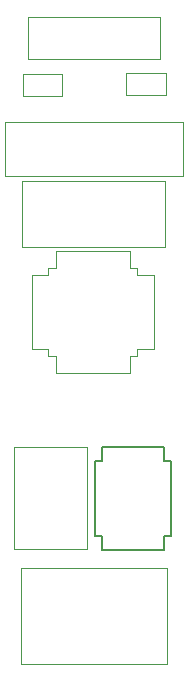
<source format=gbr>
%TF.GenerationSoftware,KiCad,Pcbnew,9.0.0*%
%TF.CreationDate,2025-02-28T11:04:11+07:00*%
%TF.ProjectId,SMT32_Bluepill,534d5433-325f-4426-9c75-6570696c6c2e,rev?*%
%TF.SameCoordinates,Original*%
%TF.FileFunction,Other,User*%
%FSLAX46Y46*%
G04 Gerber Fmt 4.6, Leading zero omitted, Abs format (unit mm)*
G04 Created by KiCad (PCBNEW 9.0.0) date 2025-02-28 11:04:11*
%MOMM*%
%LPD*%
G01*
G04 APERTURE LIST*
%ADD10C,0.050000*%
%ADD11C,0.152400*%
G04 APERTURE END LIST*
D10*
%TO.C,U2*%
X24750000Y-68550000D02*
X26150000Y-68550000D01*
X24750000Y-71700000D02*
X24750000Y-68550000D01*
X24750000Y-71700000D02*
X24750000Y-74850000D01*
X24750000Y-74850000D02*
X26150000Y-74850000D01*
X26150000Y-67950000D02*
X26750000Y-67950000D01*
X26150000Y-68550000D02*
X26150000Y-67950000D01*
X26150000Y-74850000D02*
X26150000Y-75450000D01*
X26150000Y-75450000D02*
X26750000Y-75450000D01*
X26750000Y-66550000D02*
X29900000Y-66550000D01*
X26750000Y-67950000D02*
X26750000Y-66550000D01*
X26750000Y-75450000D02*
X26750000Y-76850000D01*
X26750000Y-76850000D02*
X29900000Y-76850000D01*
X33050000Y-66550000D02*
X29900000Y-66550000D01*
X33050000Y-67950000D02*
X33050000Y-66550000D01*
X33050000Y-75450000D02*
X33050000Y-76850000D01*
X33050000Y-76850000D02*
X29900000Y-76850000D01*
X33650000Y-67950000D02*
X33050000Y-67950000D01*
X33650000Y-68550000D02*
X33650000Y-67950000D01*
X33650000Y-74850000D02*
X33650000Y-75450000D01*
X33650000Y-75450000D02*
X33050000Y-75450000D01*
X35050000Y-68550000D02*
X33650000Y-68550000D01*
X35050000Y-71700000D02*
X35050000Y-68550000D01*
X35050000Y-71700000D02*
X35050000Y-74850000D01*
X35050000Y-74850000D02*
X33650000Y-74850000D01*
%TO.C,U3*%
X23825000Y-93425000D02*
X36175000Y-93425000D01*
X23825000Y-101470000D02*
X23825000Y-93425000D01*
X36175000Y-93425000D02*
X36175000Y-101470000D01*
X36175000Y-101470000D02*
X23825000Y-101470000D01*
D11*
%TO.C,RST1*%
X30086900Y-84286900D02*
X30662600Y-84286900D01*
X30086900Y-90713100D02*
X30086900Y-84286900D01*
X30662600Y-83133199D02*
X30662600Y-84286900D01*
X30662600Y-83133199D02*
X35937400Y-83133199D01*
X30662600Y-90713100D02*
X30086900Y-90713100D01*
X30662600Y-91866801D02*
X30662600Y-90713100D01*
X35937400Y-83133199D02*
X35937400Y-84286900D01*
X35937400Y-84286900D02*
X36513100Y-84286900D01*
X35937400Y-91866801D02*
X30662600Y-91866801D01*
X35937400Y-91866801D02*
X35937400Y-90713100D01*
X36513100Y-84286900D02*
X36513100Y-90713100D01*
X36513100Y-90713100D02*
X35937400Y-90713100D01*
D10*
%TO.C,D2*%
X23951250Y-51518750D02*
X27311250Y-51518750D01*
X23951250Y-53418750D02*
X23951250Y-51518750D01*
X27311250Y-51518750D02*
X27311250Y-53418750D01*
X27311250Y-53418750D02*
X23951250Y-53418750D01*
%TO.C,Y3*%
X22450000Y-55600000D02*
X22450000Y-60200000D01*
X22450000Y-60200000D02*
X37550000Y-60200000D01*
X37550000Y-55600000D02*
X22450000Y-55600000D01*
X37550000Y-60200000D02*
X37550000Y-55600000D01*
%TO.C,D1*%
X32720000Y-51450000D02*
X36080000Y-51450000D01*
X32720000Y-53350000D02*
X32720000Y-51450000D01*
X36080000Y-51450000D02*
X36080000Y-53350000D01*
X36080000Y-53350000D02*
X32720000Y-53350000D01*
%TO.C,Y2*%
X23900000Y-60600000D02*
X23900000Y-66200000D01*
X23900000Y-66200000D02*
X36000000Y-66200000D01*
X36000000Y-60600000D02*
X23900000Y-60600000D01*
X36000000Y-66200000D02*
X36000000Y-60600000D01*
%TO.C,P1*%
X23250000Y-83150000D02*
X23250000Y-91800000D01*
X23250000Y-91800000D02*
X29400000Y-91800000D01*
X29400000Y-83150000D02*
X23250000Y-83150000D01*
X29400000Y-91800000D02*
X29400000Y-83150000D01*
%TO.C,P2*%
X24400000Y-46700000D02*
X24400000Y-50300000D01*
X24400000Y-50300000D02*
X35600000Y-50300000D01*
X35600000Y-46700000D02*
X24400000Y-46700000D01*
X35600000Y-50300000D02*
X35600000Y-46700000D01*
%TD*%
M02*

</source>
